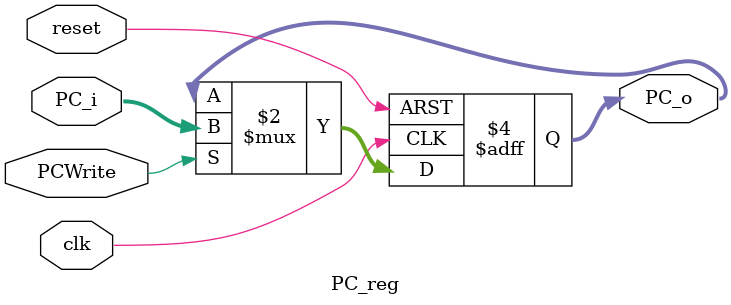
<source format=v>
`timescale 1ns / 1ps
module PC_reg(reset, clk, PCWrite, PC_i, PC_o);
    //Input Clock Signals
    input reset;             
    input clk;
    //Input Control Signals             
    input PCWrite;
    //Input PC             
    input [31:0] PC_i;
    //Output PC  
    output reg [31:0] PC_o; 

    always@(posedge reset or posedge clk)
    begin
        if(reset) PC_o <= 32'h00400000;   
        else if (PCWrite) PC_o <= PC_i;  
    end
endmodule
</source>
